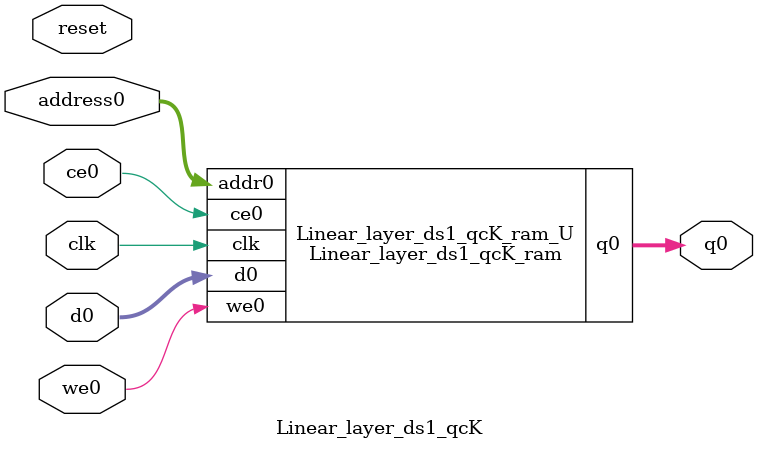
<source format=v>
`timescale 1 ns / 1 ps
module Linear_layer_ds1_qcK_ram (addr0, ce0, d0, we0, q0,  clk);

parameter DWIDTH = 24;
parameter AWIDTH = 16;
parameter MEM_SIZE = 36864;

input[AWIDTH-1:0] addr0;
input ce0;
input[DWIDTH-1:0] d0;
input we0;
output reg[DWIDTH-1:0] q0;
input clk;

(* ram_style = "block" *)reg [DWIDTH-1:0] ram[0:MEM_SIZE-1];




always @(posedge clk)  
begin 
    if (ce0) begin
        if (we0) 
            ram[addr0] <= d0; 
        q0 <= ram[addr0];
    end
end


endmodule

`timescale 1 ns / 1 ps
module Linear_layer_ds1_qcK(
    reset,
    clk,
    address0,
    ce0,
    we0,
    d0,
    q0);

parameter DataWidth = 32'd24;
parameter AddressRange = 32'd36864;
parameter AddressWidth = 32'd16;
input reset;
input clk;
input[AddressWidth - 1:0] address0;
input ce0;
input we0;
input[DataWidth - 1:0] d0;
output[DataWidth - 1:0] q0;



Linear_layer_ds1_qcK_ram Linear_layer_ds1_qcK_ram_U(
    .clk( clk ),
    .addr0( address0 ),
    .ce0( ce0 ),
    .we0( we0 ),
    .d0( d0 ),
    .q0( q0 ));

endmodule


</source>
